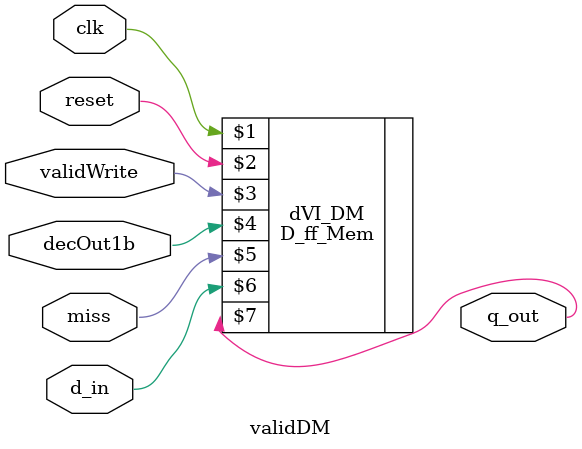
<source format=v>
`timescale 1ns / 1ps
module validDM(input clk,input reset,input validWrite,input decOut1b,input miss,input d_in,output q_out);

D_ff_Mem dVI_DM (clk, reset, validWrite, decOut1b,miss,d_in, q_out);

endmodule

</source>
